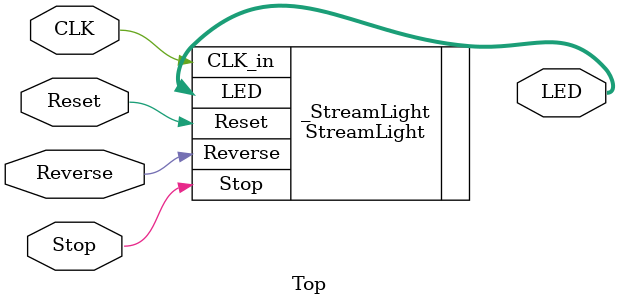
<source format=v>
`timescale 1ns / 1ps


module Top(
    input CLK,
    input Stop,
    input Reset,
    input Reverse,

    output [15:0] LED
    );

    StreamLight _StreamLight(
        .CLK_in(CLK),
        .Stop(Stop),
        .Reset(Reset),
        .Reverse(Reverse),
        .LED(LED)
        );
endmodule

</source>
